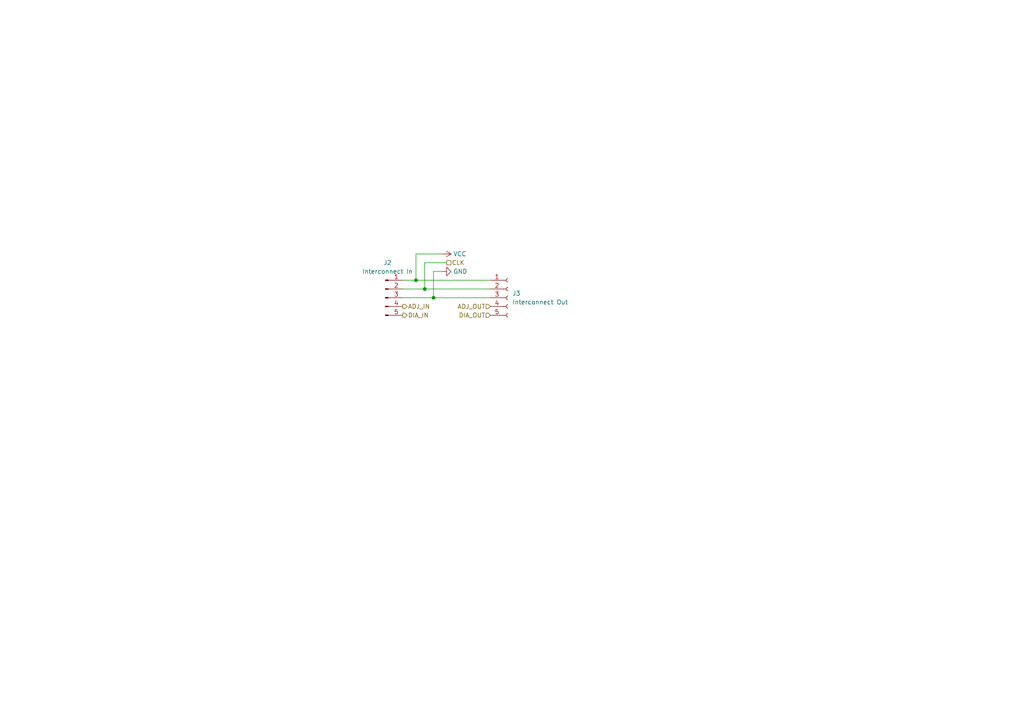
<source format=kicad_sch>
(kicad_sch (version 20211123) (generator eeschema)
  (paper "A4")
  (lib_symbols
    (symbol "Connector:Conn_01x05_Female" (pin_names (offset 1.016) hide)
      (property "Reference" "J" (at 0 7.62 0))
      (property "Value" "Conn_01x05_Female" (at 0 -7.62 0))
      (symbol "Conn_01x05_Female_1_1"
        (arc (start 0 -4.572) (mid -0.508 -5.08) (end 0 -5.588) (stroke (width 0.1524)))
        (arc (start 0 -2.032) (mid -0.508 -2.54) (end 0 -3.048) (stroke (width 0.1524)))
        (polyline (pts (xy -1.27 -5.08) (xy -0.508 -5.08)) (stroke (width 0.1524)))
        (polyline (pts (xy -1.27 -2.54) (xy -0.508 -2.54)) (stroke (width 0.1524)))
        (polyline (pts (xy -1.27 0) (xy -0.508 0)) (stroke (width 0.1524)))
        (polyline (pts (xy -1.27 2.54) (xy -0.508 2.54)) (stroke (width 0.1524)))
        (polyline (pts (xy -1.27 5.08) (xy -0.508 5.08)) (stroke (width 0.1524)))
        (arc (start 0 0.508) (mid -0.508 0) (end 0 -0.508) (stroke (width 0.1524)))
        (arc (start 0 3.048) (mid -0.508 2.54) (end 0 2.032) (stroke (width 0.1524)))
        (arc (start 0 5.588) (mid -0.508 5.08) (end 0 4.572) (stroke (width 0.1524)))
        (pin passive line (at -5.08 5.08 0) (length 3.81) (name "Pin_1") (number "1"))
        (pin passive line (at -5.08 2.54 0) (length 3.81) (name "Pin_2") (number "2"))
        (pin passive line (at -5.08 0 0) (length 3.81) (name "Pin_3") (number "3"))
        (pin passive line (at -5.08 -2.54 0) (length 3.81) (name "Pin_4") (number "4"))
        (pin passive line (at -5.08 -5.08 0) (length 3.81) (name "Pin_5") (number "5"))
      )
    )
    (symbol "Connector:Conn_01x05_Male" (pin_names (offset 1.016) hide)
      (property "Reference" "J" (at 0 7.62 0))
      (property "Value" "Conn_01x05_Male" (at 0 -7.62 0))
      (symbol "Conn_01x05_Male_1_1"
        (polyline (pts (xy 1.27 -5.08) (xy 0.8636 -5.08)) (stroke (width 0.1524)))
        (polyline (pts (xy 1.27 -2.54) (xy 0.8636 -2.54)) (stroke (width 0.1524)))
        (polyline (pts (xy 1.27 0) (xy 0.8636 0)) (stroke (width 0.1524)))
        (polyline (pts (xy 1.27 2.54) (xy 0.8636 2.54)) (stroke (width 0.1524)))
        (polyline (pts (xy 1.27 5.08) (xy 0.8636 5.08)) (stroke (width 0.1524)))
        (rectangle (start 0.8636 -4.953) (end 0 -5.207) (stroke (width 0.1524)) (fill (type outline)))
        (rectangle (start 0.8636 -2.413) (end 0 -2.667) (stroke (width 0.1524)) (fill (type outline)))
        (rectangle (start 0.8636 0.127) (end 0 -0.127) (stroke (width 0.1524)) (fill (type outline)))
        (rectangle (start 0.8636 2.667) (end 0 2.413) (stroke (width 0.1524)) (fill (type outline)))
        (rectangle (start 0.8636 5.207) (end 0 4.953) (stroke (width 0.1524)) (fill (type outline)))
        (pin passive line (at 5.08 5.08 180) (length 3.81) (name "Pin_1") (number "1"))
        (pin passive line (at 5.08 2.54 180) (length 3.81) (name "Pin_2") (number "2"))
        (pin passive line (at 5.08 0 180) (length 3.81) (name "Pin_3") (number "3"))
        (pin passive line (at 5.08 -2.54 180) (length 3.81) (name "Pin_4") (number "4"))
        (pin passive line (at 5.08 -5.08 180) (length 3.81) (name "Pin_5") (number "5"))
      )
    )
    (symbol "power:GND" (power) (pin_names (offset 0))
      (property "Value" "GND" (at 0 -3.81 0))
      (symbol "GND_0_1"
        (polyline (pts (xy 0 0) (xy 0 -1.27) (xy 1.27 -1.27) (xy 0 -2.54) (xy -1.27 -1.27) (xy 0 -1.27)))
      )
      (symbol "GND_1_1"
        (pin power_in line (at 0 0 270) (length 0) hide (name "GND") (number "1"))
      )
    )
    (symbol "power:VCC" (power) (pin_names (offset 0))
      (property "Value" "VCC" (at 0 3.81 0))
      (symbol "VCC_0_1"
        (polyline (pts (xy -0.762 1.27) (xy 0 2.54)))
        (polyline (pts (xy 0 0) (xy 0 2.54)))
        (polyline (pts (xy 0 2.54) (xy 0.762 1.27)))
      )
      (symbol "VCC_1_1"
        (pin power_in line (at 0 0 90) (length 0) hide (name "VCC") (number "1"))
      )
    )
  )
  (junction (at 125.73 86.36))
  (junction (at 123.19 83.82))
  (junction (at 120.65 81.28))
  (wire (pts (xy 128.27 73.66) (xy 120.65 73.66)))
  (wire (pts (xy 120.65 73.66) (xy 120.65 81.28)))
  (wire (pts (xy 125.73 86.36) (xy 142.24 86.36)))
  (wire (pts (xy 116.84 86.36) (xy 125.73 86.36)))
  (wire (pts (xy 120.65 81.28) (xy 142.24 81.28)))
  (wire (pts (xy 128.27 78.74) (xy 125.73 78.74)))
  (wire (pts (xy 123.19 83.82) (xy 142.24 83.82)))
  (wire (pts (xy 123.19 76.2) (xy 123.19 83.82)))
  (wire (pts (xy 125.73 78.74) (xy 125.73 86.36)))
  (wire (pts (xy 116.84 81.28) (xy 120.65 81.28)))
  (wire (pts (xy 129.54 76.2) (xy 123.19 76.2)))
  (wire (pts (xy 116.84 83.82) (xy 123.19 83.82)))
  (hierarchical_label "DIA_OUT" (shape input) (at 142.24 91.44 180))
  (hierarchical_label "ADJ_IN" (shape output) (at 116.84 88.9 0))
  (hierarchical_label "ADJ_OUT" (shape input) (at 142.24 88.9 180))
  (hierarchical_label "CLK" (shape passive) (at 129.54 76.2 0))
  (hierarchical_label "DIA_IN" (shape output) (at 116.84 91.44 0))
  (symbol (lib_id "Connector:Conn_01x05_Female") (at 147.32 86.36 0) (unit 1)
    (property "Reference" "J3" (at 148.59 85.0899 0) (effects (justify left)))
    (property "Value" "Interconnect Out" (at 148.59 87.6299 0) (effects (justify left)))
    (property "Footprint" "Connector_PinSocket_2.54mm:PinSocket_1x05_P2.54mm_Horizontal" (effects hide))
  )
  (symbol (lib_id "power:VCC") (at 128.27 73.66 270) (mirror x) (unit 1)
    (property "Reference" "#PWR014" (effects hide))
    (property "Value" "VCC" (at 131.445 73.6601 90) (effects (justify left)))
  )
  (symbol (lib_id "power:GND") (at 128.27 78.74 90) (mirror x) (unit 1)
    (property "Reference" "#PWR013" (effects hide))
    (property "Value" "GND" (at 131.445 78.7401 90) (effects (justify right)))
  )
  (symbol (lib_id "Connector:Conn_01x05_Male") (at 111.76 86.36 0) (unit 1)
    (property "Reference" "J2" (at 112.395 76.2 0))
    (property "Value" "Interconnect In" (at 112.395 78.74 0))
    (property "Footprint" "Connector_PinHeader_2.54mm:PinHeader_1x05_P2.54mm_Horizontal" (effects hide))
  )
)
</source>
